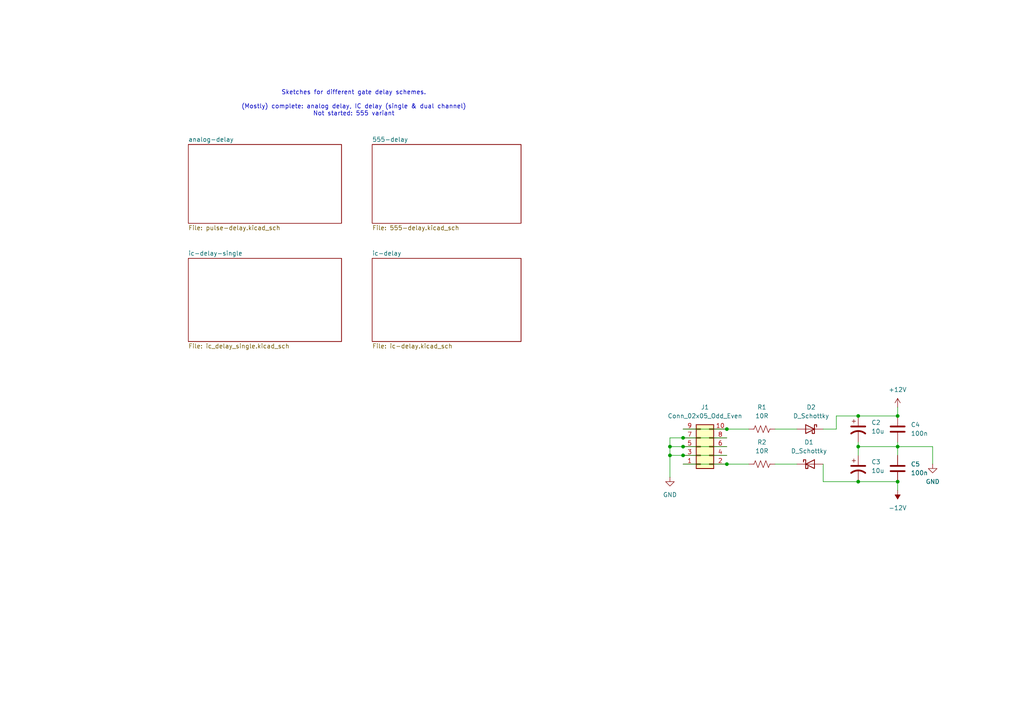
<source format=kicad_sch>
(kicad_sch (version 20250114) (generator "eeschema") (generator_version "9.0")
  (paper "A4")
  (lib_symbols
    (symbol "Connector_Generic:Conn_02x05_Odd_Even" (pin_names (offset 1.016) (hide yes))
      (property "Reference" "J" (at 1.27 7.62 0))
      (property "Value" "Conn_02x05_Odd_Even" (at 1.27 -7.62 0))
      (symbol "Conn_02x05_Odd_Even_1_1"
        (rectangle (start -1.27 6.35) (end 3.81 -6.35) (stroke (width 0.254)) (fill (type background)))
        (rectangle (start -1.27 5.207) (end 0 4.953) (stroke (width 0.1524)))
        (rectangle (start -1.27 2.667) (end 0 2.413) (stroke (width 0.1524)))
        (rectangle (start -1.27 0.127) (end 0 -0.127) (stroke (width 0.1524)))
        (rectangle (start -1.27 -2.413) (end 0 -2.667) (stroke (width 0.1524)))
        (rectangle (start -1.27 -4.953) (end 0 -5.207) (stroke (width 0.1524)))
        (rectangle (start 3.81 5.207) (end 2.54 4.953) (stroke (width 0.1524)))
        (rectangle (start 3.81 2.667) (end 2.54 2.413) (stroke (width 0.1524)))
        (rectangle (start 3.81 0.127) (end 2.54 -0.127) (stroke (width 0.1524)))
        (rectangle (start 3.81 -2.413) (end 2.54 -2.667) (stroke (width 0.1524)))
        (rectangle (start 3.81 -4.953) (end 2.54 -5.207) (stroke (width 0.1524)))
        (pin passive line (at -5.08 5.08 0) (length 3.81) (name "Pin_1") (number "1"))
        (pin passive line (at -5.08 2.54 0) (length 3.81) (name "Pin_3") (number "3"))
        (pin passive line (at -5.08 0 0) (length 3.81) (name "Pin_5") (number "5"))
        (pin passive line (at -5.08 -2.54 0) (length 3.81) (name "Pin_7") (number "7"))
        (pin passive line (at -5.08 -5.08 0) (length 3.81) (name "Pin_9") (number "9"))
        (pin passive line (at 7.62 5.08 180) (length 3.81) (name "Pin_2") (number "2"))
        (pin passive line (at 7.62 2.54 180) (length 3.81) (name "Pin_4") (number "4"))
        (pin passive line (at 7.62 0 180) (length 3.81) (name "Pin_6") (number "6"))
        (pin passive line (at 7.62 -2.54 180) (length 3.81) (name "Pin_8") (number "8"))
        (pin passive line (at 7.62 -5.08 180) (length 3.81) (name "Pin_10") (number "10"))
      )
    )
    (symbol "Device:C" (pin_numbers (hide yes)) (pin_names (offset 0.254))
      (property "Reference" "C" (at 0.635 2.54 0))
      (property "Value" "C" (at 0.635 -2.54 0))
      (symbol "C_0_1"
        (polyline (pts (xy -2.032 0.762) (xy 2.032 0.762)) (stroke (width 0.508)))
        (polyline (pts (xy -2.032 -0.762) (xy 2.032 -0.762)) (stroke (width 0.508)))
      )
      (symbol "C_1_1"
        (pin passive line (at 0 3.81 270) (length 2.794) (name "~") (number "1"))
        (pin passive line (at 0 -3.81 90) (length 2.794) (name "~") (number "2"))
      )
    )
    (symbol "Device:C_Polarized_US" (pin_numbers (hide yes)) (pin_names (offset 0.254) (hide yes))
      (property "Reference" "C" (at 0.635 2.54 0))
      (property "Value" "C_Polarized_US" (at 0.635 -2.54 0))
      (symbol "C_Polarized_US_0_1"
        (polyline (pts (xy -2.032 0.762) (xy 2.032 0.762)) (stroke (width 0.508)))
        (polyline (pts (xy -1.778 2.286) (xy -0.762 2.286)))
        (polyline (pts (xy -1.27 1.778) (xy -1.27 2.794)))
        (arc (start -2.032 -1.27) (mid 0 -0.5572) (end 2.032 -1.27) (stroke (width 0.508)))
      )
      (symbol "C_Polarized_US_1_1"
        (pin passive line (at 0 3.81 270) (length 2.794) (name "~") (number "1"))
        (pin passive line (at 0 -3.81 90) (length 3.302) (name "~") (number "2"))
      )
    )
    (symbol "Device:D_Schottky" (pin_numbers (hide yes)) (pin_names (offset 1.016) (hide yes))
      (property "Reference" "D" (at 0 2.54 0))
      (property "Value" "D_Schottky" (at 0 -2.54 0))
      (symbol "D_Schottky_0_1"
        (polyline (pts (xy -1.905 0.635) (xy -1.905 1.27) (xy -1.27 1.27) (xy -1.27 -1.27) (xy -0.635 -1.27) (xy -0.635 -0.635)) (stroke (width 0.254)))
        (polyline (pts (xy 1.27 1.27) (xy 1.27 -1.27) (xy -1.27 0) (xy 1.27 1.27)) (stroke (width 0.254)))
        (polyline (pts (xy 1.27 0) (xy -1.27 0)))
      )
      (symbol "D_Schottky_1_1"
        (pin passive line (at -3.81 0 0) (length 2.54) (name "K") (number "1"))
        (pin passive line (at 3.81 0 180) (length 2.54) (name "A") (number "2"))
      )
    )
    (symbol "Device:LED" (pin_numbers (hide yes)) (pin_names (offset 1.016) (hide yes))
      (property "Reference" "D" (at 0 2.54 0))
      (property "Value" "LED" (at 0 -2.54 0))
      (symbol "LED_0_1"
        (polyline (pts (xy -3.048 -0.762) (xy -4.572 -2.286) (xy -3.81 -2.286) (xy -4.572 -2.286) (xy -4.572 -1.524)))
        (polyline (pts (xy -1.778 -0.762) (xy -3.302 -2.286) (xy -2.54 -2.286) (xy -3.302 -2.286) (xy -3.302 -1.524)))
        (polyline (pts (xy -1.27 0) (xy 1.27 0)))
        (polyline (pts (xy -1.27 -1.27) (xy -1.27 1.27)) (stroke (width 0.254)))
        (polyline (pts (xy 1.27 -1.27) (xy 1.27 1.27) (xy -1.27 0) (xy 1.27 -1.27)) (stroke (width 0.254)))
      )
      (symbol "LED_1_1"
        (pin passive line (at -3.81 0 0) (length 2.54) (name "K") (number "1"))
        (pin passive line (at 3.81 0 180) (length 2.54) (name "A") (number "2"))
      )
    )
    (symbol "Device:R_US" (pin_numbers (hide yes)) (pin_names (offset 0))
      (property "Reference" "R" (at 2.54 0 90))
      (property "Value" "R_US" (at -2.54 0 90))
      (symbol "R_US_0_1"
        (polyline (pts (xy 0 2.286) (xy 0 2.54)))
        (polyline (pts (xy 0 2.286) (xy 1.016 1.905) (xy 0 1.524) (xy -1.016 1.143) (xy 0 0.762)))
        (polyline (pts (xy 0 0.762) (xy 1.016 0.381) (xy 0 0) (xy -1.016 -0.381) (xy 0 -0.762)))
        (polyline (pts (xy 0 -0.762) (xy 1.016 -1.143) (xy 0 -1.524) (xy -1.016 -1.905) (xy 0 -2.286)))
        (polyline (pts (xy 0 -2.286) (xy 0 -2.54)))
      )
      (symbol "R_US_1_1"
        (pin passive line (at 0 3.81 270) (length 1.27) (name "~") (number "1"))
        (pin passive line (at 0 -3.81 90) (length 1.27) (name "~") (number "2"))
      )
    )
    (symbol "MCU_Microchip_ATtiny:ATtiny13A-S"
      (property "Reference" "U5" (at -7.62 19.304 0))
      (property "Value" "ATtiny13A-S" (at -7.62 16.764 0))
      (symbol "ATtiny13A-S_0_1"
        (rectangle (start -20.32 15.24) (end 20.32 -15.24) (stroke (width 0.254)) (fill (type background)))
      )
      (symbol "ATtiny13A-S_1_1"
        (pin power_in line (at 0 17.78 270) (length 2.54) (name "VCC") (number "8"))
        (pin power_in line (at 0 -17.78 90) (length 2.54) (name "GND") (number "4"))
        (pin bidirectional line (at 22.86 7.62 180) (length 2.54) (name "(MOSI/AIN0/OC0A/PCINT0)PB0") (number "5"))
        (pin bidirectional line (at 22.86 5.08 180) (length 2.54) (name "(MISO/AIN1/OC0B/INT0/PCINT1)PB1") (number "6"))
        (pin bidirectional line (at 22.86 2.54 180) (length 2.54) (name "(SCK/ADC1/T0/PCINT1)PB2") (number "7"))
        (pin bidirectional line (at 22.86 0 180) (length 2.54) (name "(ADC3/CLKI/PCINT3)PB3") (number "2"))
        (pin bidirectional line (at 22.86 -2.54 180) (length 2.54) (name "(ADC2/PCINT4)PB4") (number "3"))
        (pin bidirectional line (at 22.86 -5.08 180) (length 2.54) (name "(~{RESET}/ADC0/dW/PCINT5)PB5") (number "1"))
      )
    )
    (symbol "MCU_Module_Custom:Adafruit_Trinket_M0"
      (property "Reference" "U" (at -18.796 10.922 0))
      (symbol "Adafruit_Trinket_M0_0_1"
        (rectangle (start -20.32 7.62) (end 20.32 -7.62) (fill (type background)))
      )
      (symbol "Adafruit_Trinket_M0_1_1"
        (text "Adafruit Trinket M0" (at -10.16 8.89 0) (effects (font (size 1.27 1.27))))
        (pin bidirectional line (at -22.86 5.08 0) (length 2.54) (name "VBAT") (number "1"))
        (pin bidirectional line (at -22.86 2.54 0) (length 2.54) (name "GND") (number "2"))
        (pin bidirectional line (at -22.86 0 0) (length 2.54) (name "D4(A4/PA06)") (number "3"))
        (pin bidirectional line (at -22.86 -2.54 0) (length 2.54) (name "D3(A3/PA07)") (number "4"))
        (pin bidirectional line (at -22.86 -5.08 0) (length 2.54) (name "RST") (number "5"))
        (pin bidirectional line (at 22.86 5.08 180) (length 2.54) (name "VBUS") (number "10"))
        (pin bidirectional line (at 22.86 2.54 180) (length 2.54) (name "(PA08/A2/SDA)D0") (number "9"))
        (pin bidirectional line (at 22.86 0 180) (length 2.54) (name "(PA02/A0/DAC)D1") (number "8"))
        (pin bidirectional line (at 22.86 -2.54 180) (length 2.54) (name "(PA09/A1/SCL)D2") (number "7"))
        (pin bidirectional line (at 22.86 -5.08 180) (length 2.54) (name "3V3") (number "6"))
      )
    )
    (symbol "power:+12V" (power) (pin_numbers (hide yes)) (pin_names (offset 0) (hide yes))
      (property "Value" "+12V" (at 0 3.556 0))
      (symbol "+12V_0_1"
        (polyline (pts (xy -0.762 1.27) (xy 0 2.54)))
        (polyline (pts (xy 0 2.54) (xy 0.762 1.27)))
        (polyline (pts (xy 0 0) (xy 0 2.54)))
      )
      (symbol "+12V_1_1"
        (pin power_in line (at 0 0 90) (length 0) (name "~") (number "1"))
      )
    )
    (symbol "power:-12V" (power) (pin_numbers (hide yes)) (pin_names (offset 0) (hide yes))
      (property "Value" "-12V" (at 0 3.556 0))
      (symbol "-12V_0_0"
        (pin power_in line (at 0 0 90) (length 0) (name "~") (number "1"))
      )
      (symbol "-12V_0_1"
        (polyline (pts (xy 0 0) (xy 0 1.27) (xy 0.762 1.27) (xy 0 2.54) (xy -0.762 1.27) (xy 0 1.27)) (fill (type outline)))
      )
    )
    (symbol "power:GND" (power) (pin_numbers (hide yes)) (pin_names (offset 0) (hide yes))
      (property "Value" "GND" (at 0 -3.81 0))
      (symbol "GND_0_1"
        (polyline (pts (xy 0 0) (xy 0 -1.27) (xy 1.27 -1.27) (xy 0 -2.54) (xy -1.27 -1.27) (xy 0 -1.27)))
      )
      (symbol "GND_1_1"
        (pin power_in line (at 0 0 270) (length 0) (name "~") (number "1"))
      )
    )
  )
  (text "Sketches for different gate delay schemes.\n\n(Mostly) complete: analog delay, IC delay (single & dual channel)\nNot started: 555 variant" (at 102.616 29.972 0) (effects (font (size 1.27 1.27))))
  (junction (at 260.35 139.7))
  (junction (at 426.72 55.88))
  (junction (at 198.12 127))
  (junction (at 260.35 120.65))
  (junction (at 361.95 69.85))
  (junction (at 194.31 129.54))
  (junction (at 194.31 132.08))
  (junction (at 248.92 129.54))
  (junction (at 260.35 129.54))
  (junction (at 391.16 129.54))
  (junction (at 210.82 124.46))
  (junction (at 198.12 129.54))
  (junction (at 422.91 69.85))
  (junction (at 210.82 134.62))
  (junction (at 198.12 132.08))
  (junction (at 391.16 55.88))
  (junction (at 248.92 120.65))
  (junction (at 248.92 139.7))
  (wire (pts (xy 417.83 46.99) (xy 416.56 46.99)))
  (wire (pts (xy 260.35 139.7) (xy 260.35 142.24)))
  (wire (pts (xy 391.16 129.54) (xy 391.16 124.46)))
  (wire (pts (xy 242.57 124.46) (xy 242.57 120.65)))
  (wire (pts (xy 224.79 124.46) (xy 231.14 124.46)))
  (wire (pts (xy 422.91 69.85) (xy 426.72 69.85)))
  (wire (pts (xy 391.16 129.54) (xy 419.1 129.54)))
  (wire (pts (xy 194.31 132.08) (xy 198.12 132.08)))
  (wire (pts (xy 364.49 44.45) (xy 370.84 44.45)))
  (wire (pts (xy 198.12 127) (xy 210.82 127)))
  (wire (pts (xy 415.29 99.06) (xy 415.29 85.09)))
  (wire (pts (xy 194.31 129.54) (xy 198.12 129.54)))
  (wire (pts (xy 381 55.88) (xy 391.16 55.88)))
  (wire (pts (xy 364.49 85.09) (xy 364.49 44.45)))
  (wire (pts (xy 391.16 55.88) (xy 391.16 88.9)))
  (wire (pts (xy 224.79 134.62) (xy 231.14 134.62)))
  (wire (pts (xy 210.82 124.46) (xy 217.17 124.46)))
  (wire (pts (xy 414.02 99.06) (xy 415.29 99.06)))
  (wire (pts (xy 248.92 129.54) (xy 248.92 132.08)))
  (wire (pts (xy 248.92 129.54) (xy 260.35 129.54)))
  (wire (pts (xy 260.35 128.27) (xy 260.35 129.54)))
  (wire (pts (xy 238.76 134.62) (xy 238.76 139.7)))
  (wire (pts (xy 194.31 127) (xy 198.12 127)))
  (wire (pts (xy 414.02 111.76) (xy 422.91 111.76)))
  (wire (pts (xy 419.1 129.54) (xy 419.1 128.27)))
  (wire (pts (xy 260.35 129.54) (xy 260.35 132.08)))
  (wire (pts (xy 361.95 129.54) (xy 391.16 129.54)))
  (wire (pts (xy 414.02 109.22) (xy 419.1 109.22)))
  (wire (pts (xy 414.02 104.14) (xy 420.37 104.14)))
  (wire (pts (xy 198.12 134.62) (xy 210.82 134.62)))
  (wire (pts (xy 361.95 69.85) (xy 361.95 129.54)))
  (wire (pts (xy 194.31 129.54) (xy 194.31 127)))
  (wire (pts (xy 422.91 69.85) (xy 422.91 111.76)))
  (wire (pts (xy 260.35 118.11) (xy 260.35 120.65)))
  (wire (pts (xy 370.84 41.91) (xy 361.95 41.91)))
  (wire (pts (xy 426.72 55.88) (xy 391.16 55.88)))
  (wire (pts (xy 270.51 129.54) (xy 260.35 129.54)))
  (wire (pts (xy 426.72 69.85) (xy 426.72 66.04)))
  (wire (pts (xy 419.1 109.22) (xy 419.1 113.03)))
  (wire (pts (xy 238.76 124.46) (xy 242.57 124.46)))
  (wire (pts (xy 248.92 139.7) (xy 260.35 139.7)))
  (wire (pts (xy 416.56 49.53) (xy 426.72 49.53)))
  (wire (pts (xy 198.12 129.54) (xy 210.82 129.54)))
  (wire (pts (xy 198.12 132.08) (xy 210.82 132.08)))
  (wire (pts (xy 210.82 134.62) (xy 217.17 134.62)))
  (wire (pts (xy 417.83 101.6) (xy 417.83 46.99)))
  (wire (pts (xy 270.51 134.62) (xy 270.51 129.54)))
  (wire (pts (xy 248.92 120.65) (xy 260.35 120.65)))
  (wire (pts (xy 194.31 138.43) (xy 194.31 132.08)))
  (wire (pts (xy 422.91 44.45) (xy 422.91 69.85)))
  (wire (pts (xy 414.02 101.6) (xy 417.83 101.6)))
  (wire (pts (xy 420.37 104.14) (xy 420.37 82.55)))
  (wire (pts (xy 248.92 128.27) (xy 248.92 129.54)))
  (wire (pts (xy 415.29 85.09) (xy 364.49 85.09)))
  (wire (pts (xy 361.95 41.91) (xy 361.95 69.85)))
  (wire (pts (xy 426.72 49.53) (xy 426.72 55.88)))
  (wire (pts (xy 198.12 124.46) (xy 210.82 124.46)))
  (wire (pts (xy 420.37 82.55) (xy 367.03 82.55)))
  (wire (pts (xy 381 69.85) (xy 361.95 69.85)))
  (wire (pts (xy 367.03 82.55) (xy 367.03 46.99)))
  (wire (pts (xy 194.31 132.08) (xy 194.31 129.54)))
  (wire (pts (xy 426.72 55.88) (xy 426.72 58.42)))
  (wire (pts (xy 242.57 120.65) (xy 248.92 120.65)))
  (wire (pts (xy 238.76 139.7) (xy 248.92 139.7)))
  (wire (pts (xy 381 58.42) (xy 381 55.88)))
  (wire (pts (xy 367.03 46.99) (xy 370.84 46.99)))
  (wire (pts (xy 416.56 44.45) (xy 422.91 44.45)))
  (wire (pts (xy 381 66.04) (xy 381 69.85)))
  (label "GND" (at 361.95 78.74 90))
  (label "MOSI" (at 364.49 78.74 90))
  (label "SCK" (at 367.03 78.74 90))
  (label "VCC" (at 391.16 78.74 90))
  (label "MISO" (at 417.83 80.01 90))
  (label "RESET" (at 422.91 80.01 90))
  (symbol (lib_id "Device:C_Polarized_US") (at 248.92 135.89 0) (unit 1)
    (property "Reference" "C3" (at 252.73 133.9849 0) (effects (justify left)))
    (property "Value" "10u" (at 252.73 136.5249 0) (effects (justify left)))
    (property "Description" "Polarized capacitor, US symbol" (effects (hide yes)))
  )
  (symbol (lib_id "power:-12V") (at 260.35 142.24 0) (mirror x) (unit 1)
    (property "Reference" "#PWR08" (effects (hide yes)))
    (property "Value" "-12V" (at 260.35 147.32 0))
    (property "Description" "Power symbol creates a global label with name \"-12V\"" (effects (hide yes)))
  )
  (symbol (lib_id "power:GND") (at 194.31 138.43 0) (unit 1)
    (property "Reference" "#PWR05" (effects (hide yes)))
    (property "Value" "GND" (at 194.31 143.51 0))
    (property "Description" "Power symbol creates a global label with name \"GND\" , ground" (effects (hide yes)))
  )
  (symbol (lib_id "Device:C") (at 260.35 124.46 0) (unit 1)
    (property "Reference" "C4" (at 264.16 123.1899 0) (effects (justify left)))
    (property "Value" "100n" (at 264.16 125.7299 0) (effects (justify left)))
    (property "Description" "Unpolarized capacitor" (effects (hide yes)))
  )
  (symbol (lib_id "Device:R_US") (at 220.98 124.46 90) (unit 1)
    (property "Reference" "R1" (at 220.98 118.11 90))
    (property "Value" "10R" (at 220.98 120.65 90))
    (property "Description" "Resistor, US symbol" (effects (hide yes)))
  )
  (symbol (lib_id "Device:R_US") (at 220.98 134.62 90) (unit 1)
    (property "Reference" "R2" (at 220.98 128.27 90))
    (property "Value" "10R" (at 220.98 130.81 90))
    (property "Description" "Resistor, US symbol" (effects (hide yes)))
  )
  (symbol (lib_id "Device:R_US") (at 426.72 62.23 0) (unit 1)
    (property "Reference" "R19" (effects (hide yes)))
    (property "Value" "10k" (at 429.514 62.23 0) (effects (justify left)))
    (property "Description" "Resistor, US symbol" (effects (hide yes)))
  )
  (symbol (lib_id "MCU_Module_Custom:Adafruit_Trinket_M0") (at 393.7 44.45 0) (unit 1)
    (property "Reference" "U6" (effects (hide yes)))
    (property "Value" "~" (at 393.7 33.02 0))
  )
  (symbol (lib_id "Device:C") (at 260.35 135.89 0) (unit 1)
    (property "Reference" "C5" (at 264.16 134.6199 0) (effects (justify left)))
    (property "Value" "100n" (at 264.16 137.1599 0) (effects (justify left)))
    (property "Description" "Unpolarized capacitor" (effects (hide yes)))
  )
  (symbol (lib_id "power:GND") (at 270.51 134.62 0) (unit 1)
    (property "Reference" "#PWR06" (effects (hide yes)))
    (property "Value" "GND" (at 270.51 139.7 0))
    (property "Description" "Power symbol creates a global label with name \"GND\" , ground" (effects (hide yes)))
  )
  (symbol (lib_id "power:+12V") (at 260.35 118.11 0) (unit 1)
    (property "Reference" "#PWR07" (effects (hide yes)))
    (property "Value" "+12V" (at 260.35 113.03 0))
    (property "Description" "Power symbol creates a global label with name \"+12V\"" (effects (hide yes)))
  )
  (symbol (lib_id "Device:R_US") (at 419.1 124.46 0) (unit 1)
    (property "Reference" "R20" (effects (hide yes)))
    (property "Value" "1k" (at 421.894 124.46 0) (effects (justify left)))
    (property "Description" "Resistor, US symbol" (effects (hide yes)))
  )
  (symbol (lib_id "MCU_Microchip_ATtiny:ATtiny13A-S") (at 391.16 106.68 0) (unit 1)
    (property "Reference" "U5" (effects (hide yes)))
    (property "Value" "ATtiny13A-S" (at 383.54 89.916 0) (effects (justify right)))
    (property "Footprint" "Package_SO:SOIC-8_5.3x5.3mm_P1.27mm" (effects (hide yes)))
    (property "Datasheet" "https://ww1.microchip.com/downloads/aemDocuments/documents/MCU08/ProductDocuments/DataSheets/ATtiny13A-Data-Sheet-DS40002307A.pdf" (effects (hide yes)))
    (property "Description" "20MHz, 1kB Flash, 64B SRAM, 64B EEPROM, debugWIRE, SOIC-8 (208 mil)" (effects (hide yes)))
  )
  (symbol (lib_id "Device:D_Schottky") (at 234.95 134.62 0) (unit 1)
    (property "Reference" "D1" (at 234.6325 128.27 0))
    (property "Value" "D_Schottky" (at 234.6325 130.81 0))
    (property "Description" "Schottky diode" (effects (hide yes)))
  )
  (symbol (lib_id "Connector_Generic:Conn_02x05_Odd_Even") (at 203.2 129.54 0) (mirror x) (unit 1)
    (property "Reference" "J1" (at 204.47 118.11 0))
    (property "Value" "Conn_02x05_Odd_Even" (at 204.47 120.65 0))
    (property "Description" "Generic connector, double row, 02x05, odd/even pin numbering scheme (row 1 odd numbers, row 2 even numbers), script generated (kicad-library-utils/schlib/autogen/connector/)" (effects (hide yes)))
  )
  (symbol (lib_id "Device:C_Polarized_US") (at 248.92 124.46 0) (unit 1)
    (property "Reference" "C2" (at 252.73 122.5549 0) (effects (justify left)))
    (property "Value" "10u" (at 252.73 125.0949 0) (effects (justify left)))
    (property "Description" "Polarized capacitor, US symbol" (effects (hide yes)))
  )
  (symbol (lib_id "Device:D_Schottky") (at 234.95 124.46 0) (mirror y) (unit 1)
    (property "Reference" "D2" (at 235.2675 118.11 0))
    (property "Value" "D_Schottky" (at 235.2675 120.65 0))
    (property "Description" "Schottky diode" (effects (hide yes)))
  )
  (symbol (lib_id "Device:C") (at 381 62.23 0) (unit 1)
    (property "Reference" "C8" (effects (hide yes)))
    (property "Value" "100n" (at 372.872 62.23 0) (effects (justify left)))
    (property "Description" "Unpolarized capacitor" (effects (hide yes)))
  )
  (symbol (lib_id "Device:LED") (at 419.1 116.84 90) (unit 1)
    (property "Reference" "D4" (effects (hide yes)))
    (property "Value" "LED" (effects (hide yes)))
    (property "Description" "Light emitting diode" (effects (hide yes)))
    (property "Sim.Pins" "1=K 2=A" (effects (hide yes)))
  )
  (sheet (at 54.61 41.91) (size 44.45 22.86) (stroke (width 0.1524))
    (property "Sheetname" "analog-delay" (at 54.61 41.1984 0) (effects (justify left bottom)))
    (property "Sheetfile" "pulse-delay.kicad_sch" (at 54.61 65.3546 0) (effects (justify left top)))
  )
  (sheet (at 107.95 41.91) (size 43.18 22.86) (stroke (width 0.1524))
    (property "Sheetname" "555-delay" (at 107.95 41.1984 0) (effects (justify left bottom)))
    (property "Sheetfile" "555-delay.kicad_sch" (at 107.95 65.3546 0) (effects (justify left top)))
  )
  (sheet (at 107.95 74.93) (size 43.18 24.13) (stroke (width 0.1524))
    (property "Sheetname" "ic-delay" (at 107.95 74.2184 0) (effects (justify left bottom)))
    (property "Sheetfile" "ic-delay.kicad_sch" (at 107.95 99.6446 0) (effects (justify left top)))
  )
  (sheet (at 54.61 74.93) (size 44.45 24.13) (stroke (width 0.1524))
    (property "Sheetname" "ic-delay-single" (at 54.61 74.2184 0) (effects (justify left bottom)))
    (property "Sheetfile" "ic_delay_single.kicad_sch" (at 54.61 99.6446 0) (effects (justify left top)))
  )
)
</source>
